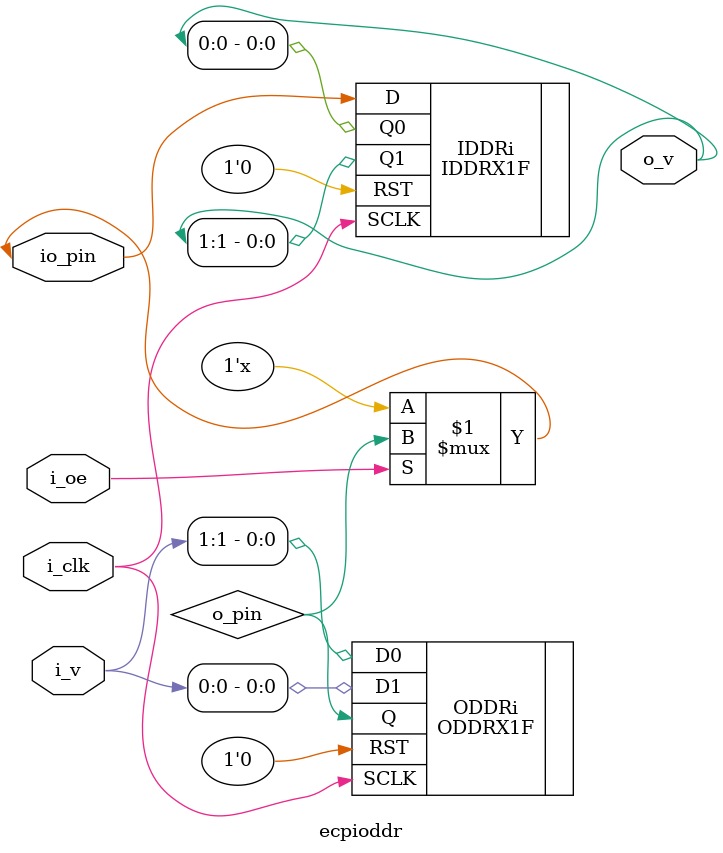
<source format=v>
`default_nettype	none
module	ecpioddr(i_clk, i_oe, i_v, o_v, io_pin);
	input	wire		i_clk, i_oe;
	input	wire	[1:0]	i_v;
	output	wire	[1:0]	o_v;
	input	wire		io_pin;

	wire	o_pin;

	ODDRX1F
	ODDRi(
		.SCLK(i_clk),
		.RST(1'b0),
		.D0(i_v[1]),	// D0 is sent first
		.D1(i_v[0]),	// then D1
		.Q(o_pin));


	assign	io_pin = (i_oe) ? o_pin : 1'bz;

	IDDRX1F IDDRi(
		.RST(1'b0),
		.SCLK(i_clk),
		.D(io_pin),
		.Q1(o_v[1]),	// Q1 comes first
		.Q0(o_v[0]));	// then Q0

endmodule

</source>
